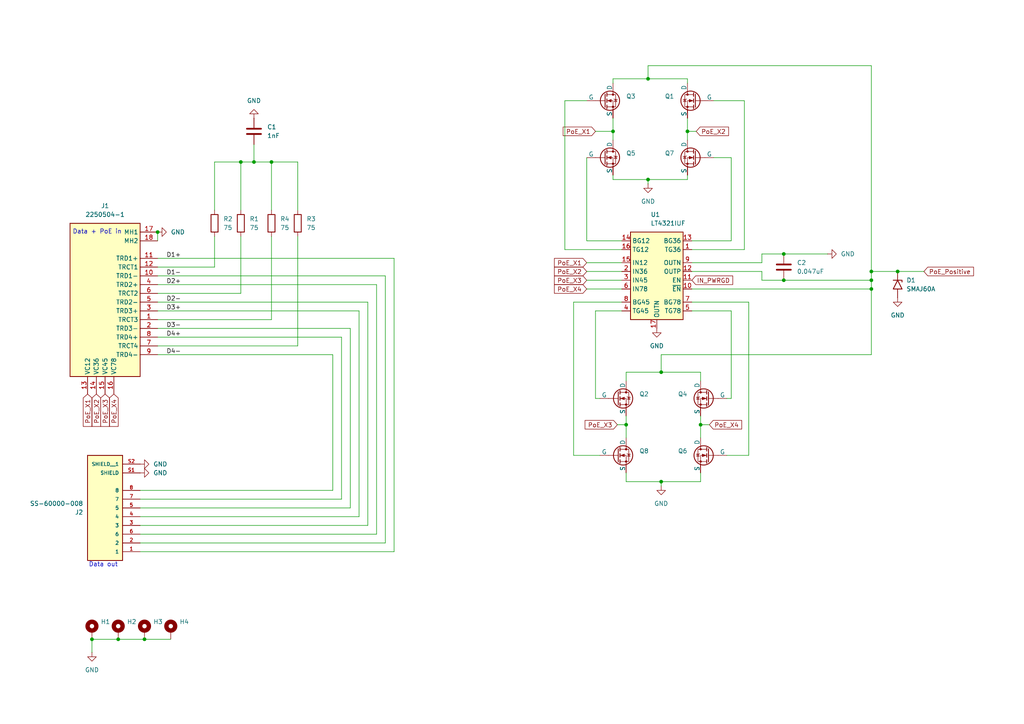
<source format=kicad_sch>
(kicad_sch (version 20231120) (generator "eeschema") (generator_version "8.0")
  (paper "A4")
  (title_block (title "Input"))
  (lib_symbols
    (symbol "2250504-1:2250504-1"
      (property "Reference" "J1" (at 15.24 7.62 0))
      (property "Value" "2250504-1" (at 15.24 5.08 0))
      (symbol "2250504-1_1_1"
        (rectangle (start 5.08 2.54) (end 25.4 -41.91) (stroke (width 0.254)) (fill (type background)))
        (pin passive line (at 30.48 -25.4 180) (length 5.08) (name "TRCT3") (number "1"))
        (pin passive line (at 30.48 -12.7 180) (length 5.08) (name "TRD1-") (number "10"))
        (pin passive line (at 30.48 -7.62 180) (length 5.08) (name "TRD1+") (number "11"))
        (pin passive line (at 30.48 -10.16 180) (length 5.08) (name "TRCT1") (number "12"))
        (pin passive line (at 10.16 -46.99 90) (length 5.08) (name "VC12") (number "13"))
        (pin passive line (at 12.7 -46.99 90) (length 5.08) (name "VC36") (number "14"))
        (pin passive line (at 15.24 -46.99 90) (length 5.08) (name "VC45") (number "15"))
        (pin passive line (at 17.78 -46.99 90) (length 5.08) (name "VC78") (number "16"))
        (pin passive line (at 30.48 0 180) (length 5.08) (name "MH1") (number "17"))
        (pin passive line (at 30.48 -2.54 180) (length 5.08) (name "MH2") (number "18"))
        (pin passive line (at 30.48 -27.94 180) (length 5.08) (name "TRD3-") (number "2"))
        (pin passive line (at 30.48 -22.86 180) (length 5.08) (name "TRD3+") (number "3"))
        (pin passive line (at 30.48 -15.24 180) (length 5.08) (name "TRD2+") (number "4"))
        (pin passive line (at 30.48 -20.32 180) (length 5.08) (name "TRD2-") (number "5"))
        (pin passive line (at 30.48 -17.78 180) (length 5.08) (name "TRCT2") (number "6"))
        (pin passive line (at 30.48 -33.02 180) (length 5.08) (name "TRCT4") (number "7"))
        (pin passive line (at 30.48 -30.48 180) (length 5.08) (name "TRD4+") (number "8"))
        (pin passive line (at 30.48 -35.56 180) (length 5.08) (name "TRD4-") (number "9"))
      )
    )
    (symbol "Device:C" (pin_numbers hide) (pin_names (offset 0.254))
      (property "Reference" "C" (at 0.635 2.54 0))
      (property "Value" "C" (at 0.635 -2.54 0))
      (symbol "C_0_1"
        (polyline (pts (xy -2.032 -0.762) (xy 2.032 -0.762)) (stroke (width 0.508)))
        (polyline (pts (xy -2.032 0.762) (xy 2.032 0.762)) (stroke (width 0.508)))
      )
      (symbol "C_1_1"
        (pin passive line (at 0 3.81 270) (length 2.794) (name "~") (number "1"))
        (pin passive line (at 0 -3.81 90) (length 2.794) (name "~") (number "2"))
      )
    )
    (symbol "Device:R" (pin_numbers hide) (pin_names (offset 0))
      (property "Reference" "R" (at 2.032 0 90))
      (property "Value" "R" (at 0 0 90))
      (symbol "R_0_1"
        (rectangle (start -1.016 -2.54) (end 1.016 2.54) (stroke (width 0.254)))
      )
      (symbol "R_1_1"
        (pin passive line (at 0 3.81 270) (length 1.27) (name "~") (number "1"))
        (pin passive line (at 0 -3.81 90) (length 1.27) (name "~") (number "2"))
      )
    )
    (symbol "Diode:SMAJ60A" (pin_numbers hide) (pin_names (offset 1.016) hide)
      (property "Reference" "D" (at 0 2.54 0))
      (property "Value" "SMAJ60A" (at 0 -2.54 0))
      (symbol "SMAJ60A_0_1"
        (polyline (pts (xy -0.762 1.27) (xy -1.27 1.27) (xy -1.27 -1.27)) (stroke (width 0.254)))
        (polyline (pts (xy 1.27 1.27) (xy 1.27 -1.27) (xy -1.27 0) (xy 1.27 1.27)) (stroke (width 0.254)))
      )
      (symbol "SMAJ60A_1_1"
        (pin passive line (at -3.81 0 0) (length 2.54) (name "A1") (number "1"))
        (pin passive line (at 3.81 0 180) (length 2.54) (name "A2") (number "2"))
      )
    )
    (symbol "Mechanical:MountingHole_Pad" (pin_numbers hide) (pin_names (offset 1.016) hide) (exclude_from_sim yes) (in_bom no)
      (property "Reference" "H" (at 0 6.35 0))
      (property "Value" "MountingHole_Pad" (at 0 4.445 0))
      (symbol "MountingHole_Pad_0_1"
        (circle (center 0 1.27) (radius 1.27) (stroke (width 1.27)))
      )
      (symbol "MountingHole_Pad_1_1"
        (pin input line (at 0 -2.54 90) (length 2.54) (name "1") (number "1"))
      )
    )
    (symbol "Power_Management:LT4231xUF"
      (property "Reference" "U1" (at -1.778 17.78 0))
      (property "Value" "LT4321IUF" (at -1.778 15.24 0))
      (symbol "LT4231xUF_0_1"
        (rectangle (start -7.62 12.7) (end 7.62 -12.7) (stroke (width 0.254)) (fill (type background)))
      )
      (symbol "LT4231xUF_1_1"
        (pin output line (at 10.16 7.62 180) (length 2.54) (name "TG36") (number "1"))
        (pin output line (at 10.16 -3.81 180) (length 2.54) (name "~{EN}") (number "10"))
        (pin output line (at 10.16 -1.27 180) (length 2.54) (name "EN") (number "11"))
        (pin power_in line (at 10.16 1.27 180) (length 2.54) (name "OUTP") (number "12"))
        (pin output line (at 10.16 10.16 180) (length 2.54) (name "BG36") (number "13"))
        (pin output line (at -10.16 10.16 0) (length 2.54) (name "BG12") (number "14"))
        (pin power_in line (at -10.16 3.81 0) (length 2.54) (name "IN12") (number "15"))
        (pin output line (at -10.16 7.62 0) (length 2.54) (name "TG12") (number "16"))
        (pin passive line (at 0 -15.24 90) (length 2.54) (name "OUTN") (number "17"))
        (pin power_in line (at -10.16 1.27 0) (length 2.54) (name "IN36") (number "2"))
        (pin power_in line (at -10.16 -1.27 0) (length 2.54) (name "IN45") (number "3"))
        (pin output line (at -10.16 -10.16 0) (length 2.54) (name "TG45") (number "4"))
        (pin output line (at 10.16 -10.16 180) (length 2.54) (name "TG78") (number "5"))
        (pin power_in line (at -10.16 -3.81 0) (length 2.54) (name "IN78") (number "6"))
        (pin output line (at 10.16 -7.62 180) (length 2.54) (name "BG78") (number "7"))
        (pin output line (at -10.16 -7.62 0) (length 2.54) (name "BG45") (number "8"))
        (pin power_in line (at 10.16 3.81 180) (length 2.54) (name "OUTN") (number "9"))
      )
    )
    (symbol "SS-60000-008:SS-60000-008" (pin_names (offset 1.016))
      (property "Reference" "J2" (at 6.35 -1.2699 0))
      (property "Value" "SS-60000-008" (at 6.35 -3.8099 0))
      (symbol "SS-60000-008_0_0"
        (rectangle (start -5.08 -17.78) (end 5.08 12.7) (stroke (width 0.254)) (fill (type background)))
        (pin passive line (at -10.16 10.16 0) (length 5.08) (name "1") (number "1"))
        (pin passive line (at -10.16 7.62 0) (length 5.08) (name "2") (number "2"))
        (pin passive line (at -10.16 2.54 0) (length 5.08) (name "3") (number "3"))
        (pin passive line (at -10.16 0 0) (length 5.08) (name "4") (number "4"))
        (pin passive line (at -10.16 -2.54 0) (length 5.08) (name "5") (number "5"))
        (pin passive line (at -10.16 5.08 0) (length 5.08) (name "6") (number "6"))
        (pin passive line (at -10.16 -5.08 0) (length 5.08) (name "7") (number "7"))
        (pin passive line (at -10.16 -7.62 0) (length 5.08) (name "8") (number "8"))
        (pin passive line (at -10.16 -12.7 0) (length 5.08) (name "SHIELD") (number "S1"))
        (pin passive line (at -10.16 -15.24 0) (length 5.08) (name "SHIELD__1") (number "S2"))
      )
    )
    (symbol "power:GND" (power) (pin_numbers hide) (pin_names (offset 0) hide)
      (property "Value" "GND" (at 0 -3.81 0))
      (symbol "GND_0_1"
        (polyline (pts (xy 0 0) (xy 0 -1.27) (xy 1.27 -1.27) (xy 0 -2.54) (xy -1.27 -1.27) (xy 0 -1.27)))
      )
      (symbol "GND_1_1"
        (pin power_in line (at 0 0 270) (length 0) (name "~") (number "1"))
      )
    )
    (symbol "test:NMOS_LFPAK33" (pin_numbers hide) (pin_names (offset 0))
      (property "Reference" "Q10" (at 6.35 1.2701 0))
      (property "Value" "PSMN040-100MSE" (at 6.35 -1.2699 0))
      (symbol "NMOS_LFPAK33_0_1"
        (polyline (pts (xy 0.254 0) (xy -2.54 0)))
        (polyline (pts (xy 0.254 1.905) (xy 0.254 -1.905)) (stroke (width 0.254)))
        (polyline (pts (xy 0.762 -1.27) (xy 0.762 -2.286)) (stroke (width 0.254)))
        (polyline (pts (xy 0.762 0.508) (xy 0.762 -0.508)) (stroke (width 0.254)))
        (polyline (pts (xy 0.762 2.286) (xy 0.762 1.27)) (stroke (width 0.254)))
        (polyline (pts (xy 2.54 2.54) (xy 2.54 1.778)))
        (polyline (pts (xy 2.54 -2.54) (xy 2.54 0) (xy 0.762 0)))
        (polyline (pts (xy 0.762 -1.778) (xy 3.302 -1.778) (xy 3.302 1.778) (xy 0.762 1.778)))
        (polyline (pts (xy 1.016 0) (xy 2.032 0.381) (xy 2.032 -0.381) (xy 1.016 0)) (fill (type outline)))
        (polyline (pts (xy 2.794 0.508) (xy 2.921 0.381) (xy 3.683 0.381) (xy 3.81 0.254)))
        (polyline (pts (xy 3.302 0.381) (xy 2.921 -0.254) (xy 3.683 -0.254) (xy 3.302 0.381)))
        (circle (center 1.651 0) (radius 2.794) (stroke (width 0.254)))
        (circle (center 2.54 -1.778) (radius 0.254) (fill (type outline)))
        (circle (center 2.54 1.778) (radius 0.254) (fill (type outline)))
      )
      (symbol "NMOS_LFPAK33_1_1"
        (pin passive line (at 2.54 -5.08 90) (length 2.54) (name "S") (number "1"))
        (pin passive line (at 2.54 -5.08 90) (length 2.54) (name "S") (number "2"))
        (pin passive line (at 2.54 -5.08 90) (length 2.54) (name "S") (number "3"))
        (pin input line (at -5.08 0 0) (length 2.54) (name "G") (number "4"))
        (pin passive line (at 2.54 5.08 270) (length 2.54) (name "D") (number "5"))
      )
    )
  )
  (junction (at 69.85 46.99))
  (junction (at 45.72 67.31))
  (junction (at 252.73 83.82))
  (junction (at 78.74 46.99))
  (junction (at 260.35 78.74))
  (junction (at 227.33 81.28))
  (junction (at 187.96 22.86))
  (junction (at 181.61 123.19))
  (junction (at 227.33 73.66))
  (junction (at 191.77 139.7))
  (junction (at 191.77 107.95))
  (junction (at 26.67 185.42))
  (junction (at 252.73 81.28))
  (junction (at 41.91 185.42))
  (junction (at 177.8 38.1))
  (junction (at 199.39 38.1))
  (junction (at 203.2 123.19))
  (junction (at 73.66 46.99))
  (junction (at 187.96 52.07))
  (junction (at 34.29 185.42))
  (junction (at 252.73 78.74))
  (wire (pts (xy 96.52 102.87) (xy 96.52 142.24)))
  (wire (pts (xy 40.64 147.32) (xy 101.6 147.32)))
  (wire (pts (xy 45.72 95.25) (xy 101.6 95.25)))
  (wire (pts (xy 187.96 22.86) (xy 199.39 22.86)))
  (wire (pts (xy 40.64 142.24) (xy 96.52 142.24)))
  (wire (pts (xy 78.74 46.99) (xy 86.36 46.99)))
  (wire (pts (xy 252.73 78.74) (xy 260.35 78.74)))
  (wire (pts (xy 62.23 46.99) (xy 69.85 46.99)))
  (wire (pts (xy 40.64 149.86) (xy 104.14 149.86)))
  (wire (pts (xy 181.61 110.49) (xy 181.61 107.95)))
  (wire (pts (xy 191.77 139.7) (xy 203.2 139.7)))
  (wire (pts (xy 104.14 90.17) (xy 104.14 149.86)))
  (wire (pts (xy 26.67 185.42) (xy 26.67 189.23)))
  (wire (pts (xy 41.91 185.42) (xy 49.53 185.42)))
  (wire (pts (xy 252.73 83.82) (xy 252.73 102.87)))
  (wire (pts (xy 187.96 52.07) (xy 187.96 53.34)))
  (wire (pts (xy 78.74 68.58) (xy 78.74 92.71)))
  (wire (pts (xy 220.98 81.28) (xy 227.33 81.28)))
  (wire (pts (xy 212.09 69.85) (xy 212.09 45.72)))
  (wire (pts (xy 26.67 185.42) (xy 34.29 185.42)))
  (wire (pts (xy 181.61 139.7) (xy 191.77 139.7)))
  (wire (pts (xy 45.72 82.55) (xy 109.22 82.55)))
  (wire (pts (xy 45.72 74.93) (xy 114.3 74.93)))
  (wire (pts (xy 217.17 87.63) (xy 217.17 132.08)))
  (wire (pts (xy 227.33 81.28) (xy 252.73 81.28)))
  (wire (pts (xy 170.18 81.28) (xy 180.34 81.28)))
  (wire (pts (xy 166.37 132.08) (xy 173.99 132.08)))
  (wire (pts (xy 109.22 82.55) (xy 109.22 154.94)))
  (wire (pts (xy 215.9 29.21) (xy 207.01 29.21)))
  (wire (pts (xy 212.09 90.17) (xy 212.09 115.57)))
  (wire (pts (xy 172.72 90.17) (xy 172.72 115.57)))
  (wire (pts (xy 73.66 41.91) (xy 73.66 46.99)))
  (wire (pts (xy 40.64 144.78) (xy 99.06 144.78)))
  (wire (pts (xy 114.3 74.93) (xy 114.3 160.02)))
  (wire (pts (xy 252.73 81.28) (xy 252.73 83.82)))
  (wire (pts (xy 45.72 102.87) (xy 96.52 102.87)))
  (wire (pts (xy 199.39 38.1) (xy 199.39 40.64)))
  (wire (pts (xy 172.72 115.57) (xy 173.99 115.57)))
  (wire (pts (xy 179.07 123.19) (xy 181.61 123.19)))
  (wire (pts (xy 163.83 29.21) (xy 170.18 29.21)))
  (wire (pts (xy 252.73 19.05) (xy 252.73 78.74)))
  (wire (pts (xy 220.98 76.2) (xy 200.66 76.2)))
  (wire (pts (xy 45.72 67.31) (xy 45.72 69.85)))
  (wire (pts (xy 172.72 38.1) (xy 177.8 38.1)))
  (wire (pts (xy 191.77 139.7) (xy 191.77 140.97)))
  (wire (pts (xy 86.36 68.58) (xy 86.36 100.33)))
  (wire (pts (xy 187.96 22.86) (xy 187.96 19.05)))
  (wire (pts (xy 170.18 83.82) (xy 180.34 83.82)))
  (wire (pts (xy 170.18 76.2) (xy 180.34 76.2)))
  (wire (pts (xy 34.29 185.42) (xy 41.91 185.42)))
  (wire (pts (xy 212.09 90.17) (xy 200.66 90.17)))
  (wire (pts (xy 199.39 52.07) (xy 199.39 50.8)))
  (wire (pts (xy 170.18 69.85) (xy 180.34 69.85)))
  (wire (pts (xy 181.61 123.19) (xy 181.61 127)))
  (wire (pts (xy 200.66 78.74) (xy 220.98 78.74)))
  (wire (pts (xy 200.66 72.39) (xy 215.9 72.39)))
  (wire (pts (xy 172.72 90.17) (xy 180.34 90.17)))
  (wire (pts (xy 203.2 123.19) (xy 203.2 127)))
  (wire (pts (xy 181.61 120.65) (xy 181.61 123.19)))
  (wire (pts (xy 220.98 78.74) (xy 220.98 81.28)))
  (wire (pts (xy 45.72 97.79) (xy 99.06 97.79)))
  (wire (pts (xy 170.18 45.72) (xy 170.18 69.85)))
  (wire (pts (xy 187.96 52.07) (xy 199.39 52.07)))
  (wire (pts (xy 40.64 157.48) (xy 111.76 157.48)))
  (wire (pts (xy 199.39 22.86) (xy 199.39 24.13)))
  (wire (pts (xy 177.8 52.07) (xy 187.96 52.07)))
  (wire (pts (xy 227.33 73.66) (xy 240.03 73.66)))
  (wire (pts (xy 40.64 152.4) (xy 106.68 152.4)))
  (wire (pts (xy 181.61 107.95) (xy 191.77 107.95)))
  (wire (pts (xy 180.34 72.39) (xy 163.83 72.39)))
  (wire (pts (xy 101.6 95.25) (xy 101.6 147.32)))
  (wire (pts (xy 45.72 85.09) (xy 69.85 85.09)))
  (wire (pts (xy 62.23 68.58) (xy 62.23 77.47)))
  (wire (pts (xy 220.98 73.66) (xy 220.98 76.2)))
  (wire (pts (xy 217.17 132.08) (xy 210.82 132.08)))
  (wire (pts (xy 45.72 77.47) (xy 62.23 77.47)))
  (wire (pts (xy 45.72 92.71) (xy 78.74 92.71)))
  (wire (pts (xy 252.73 78.74) (xy 252.73 81.28)))
  (wire (pts (xy 40.64 154.94) (xy 109.22 154.94)))
  (wire (pts (xy 212.09 45.72) (xy 207.01 45.72)))
  (wire (pts (xy 86.36 46.99) (xy 86.36 60.96)))
  (wire (pts (xy 177.8 38.1) (xy 177.8 40.64)))
  (wire (pts (xy 62.23 46.99) (xy 62.23 60.96)))
  (wire (pts (xy 45.72 90.17) (xy 104.14 90.17)))
  (wire (pts (xy 73.66 46.99) (xy 78.74 46.99)))
  (wire (pts (xy 212.09 115.57) (xy 210.82 115.57)))
  (wire (pts (xy 203.2 120.65) (xy 203.2 123.19)))
  (wire (pts (xy 203.2 139.7) (xy 203.2 137.16)))
  (wire (pts (xy 199.39 34.29) (xy 199.39 38.1)))
  (wire (pts (xy 191.77 102.87) (xy 252.73 102.87)))
  (wire (pts (xy 106.68 87.63) (xy 106.68 152.4)))
  (wire (pts (xy 45.72 87.63) (xy 106.68 87.63)))
  (wire (pts (xy 187.96 19.05) (xy 252.73 19.05)))
  (wire (pts (xy 166.37 87.63) (xy 180.34 87.63)))
  (wire (pts (xy 199.39 38.1) (xy 201.93 38.1)))
  (wire (pts (xy 45.72 100.33) (xy 86.36 100.33)))
  (wire (pts (xy 191.77 107.95) (xy 203.2 107.95)))
  (wire (pts (xy 177.8 34.29) (xy 177.8 38.1)))
  (wire (pts (xy 69.85 68.58) (xy 69.85 85.09)))
  (wire (pts (xy 191.77 102.87) (xy 191.77 107.95)))
  (wire (pts (xy 227.33 73.66) (xy 220.98 73.66)))
  (wire (pts (xy 45.72 80.01) (xy 111.76 80.01)))
  (wire (pts (xy 260.35 78.74) (xy 267.97 78.74)))
  (wire (pts (xy 99.06 97.79) (xy 99.06 144.78)))
  (wire (pts (xy 163.83 72.39) (xy 163.83 29.21)))
  (wire (pts (xy 217.17 87.63) (xy 200.66 87.63)))
  (wire (pts (xy 215.9 72.39) (xy 215.9 29.21)))
  (wire (pts (xy 203.2 123.19) (xy 205.74 123.19)))
  (wire (pts (xy 180.34 78.74) (xy 170.18 78.74)))
  (wire (pts (xy 177.8 22.86) (xy 187.96 22.86)))
  (wire (pts (xy 181.61 137.16) (xy 181.61 139.7)))
  (wire (pts (xy 177.8 50.8) (xy 177.8 52.07)))
  (wire (pts (xy 177.8 24.13) (xy 177.8 22.86)))
  (wire (pts (xy 78.74 46.99) (xy 78.74 60.96)))
  (wire (pts (xy 203.2 107.95) (xy 203.2 110.49)))
  (wire (pts (xy 40.64 160.02) (xy 114.3 160.02)))
  (wire (pts (xy 69.85 46.99) (xy 69.85 60.96)))
  (wire (pts (xy 200.66 69.85) (xy 212.09 69.85)))
  (wire (pts (xy 166.37 87.63) (xy 166.37 132.08)))
  (wire (pts (xy 111.76 80.01) (xy 111.76 157.48)))
  (wire (pts (xy 69.85 46.99) (xy 73.66 46.99)))
  (wire (pts (xy 200.66 83.82) (xy 252.73 83.82)))
  (text "Data + PoE in" (at 28.194 67.31 0) (effects (font (size 1.27 1.27))))
  (text "Data out" (at 29.972 163.83 0) (effects (font (size 1.27 1.27))))
  (label "D3-" (at 48.26 95.25 0))
  (label "D2-" (at 48.26 87.63 0))
  (label "D2+" (at 48.26 82.55 0))
  (label "D4+" (at 48.26 97.79 0))
  (label "D3+" (at 48.26 90.17 0))
  (label "D1-" (at 48.26 80.01 0))
  (label "D1+" (at 48.26 74.93 0))
  (label "D4-" (at 48.26 102.87 0))
  (global_label "PoE_X1" (shape input) (at 170.18 76.2 180) (property "Intersheetrefs" "${INTERSHEET_REFS}" (effects (hide yes))))
  (global_label "PoE_X4" (shape input) (at 33.02 114.3 270) (property "Intersheetrefs" "${INTERSHEET_REFS}" (effects (hide yes))))
  (global_label "PoE_X2" (shape input) (at 201.93 38.1 0) (property "Intersheetrefs" "${INTERSHEET_REFS}" (effects (hide yes))))
  (global_label "PoE_X3" (shape input) (at 170.18 81.28 180) (property "Intersheetrefs" "${INTERSHEET_REFS}" (effects (hide yes))))
  (global_label "PoE_X3" (shape input) (at 179.07 123.19 180) (property "Intersheetrefs" "${INTERSHEET_REFS}" (effects (hide yes))))
  (global_label "PoE_X1" (shape input) (at 172.72 38.1 180) (property "Intersheetrefs" "${INTERSHEET_REFS}" (effects (hide yes))))
  (global_label "PoE_X1" (shape input) (at 25.4 114.3 270) (property "Intersheetrefs" "${INTERSHEET_REFS}" (effects (hide yes))))
  (global_label "PoE_Positive" (shape input) (at 267.97 78.74 0) (property "Intersheetrefs" "${INTERSHEET_REFS}" (effects (hide yes))))
  (global_label "PoE_X4" (shape input) (at 170.18 83.82 180) (property "Intersheetrefs" "${INTERSHEET_REFS}" (effects (hide yes))))
  (global_label "PoE_X4" (shape input) (at 205.74 123.19 0) (property "Intersheetrefs" "${INTERSHEET_REFS}" (effects (hide yes))))
  (global_label "PoE_X2" (shape input) (at 170.18 78.74 180) (property "Intersheetrefs" "${INTERSHEET_REFS}" (effects (hide yes))))
  (global_label "PoE_X3" (shape input) (at 30.48 114.3 270) (property "Intersheetrefs" "${INTERSHEET_REFS}" (effects (hide yes))))
  (global_label "IN_PWRGD" (shape input) (at 200.66 81.28 0) (property "Intersheetrefs" "${INTERSHEET_REFS}" (effects (hide yes))))
  (global_label "PoE_X2" (shape input) (at 27.94 114.3 270) (property "Intersheetrefs" "${INTERSHEET_REFS}" (effects (hide yes))))
  (symbol (lib_id "test:NMOS_LFPAK33") (at 175.26 29.21 0) (unit 1)
    (property "Reference" "Q3" (at 181.61 27.9399 0) (effects (justify left)))
    (property "Value" "PSMN040-100MSE" (effects (hide yes)))
    (property "Footprint" "Package_TO_SOT_SMD:LFPAK33" (effects (hide yes)))
    (property "Datasheet" "https://ngspice.sourceforge.io/docs/ngspice-html-manual/manual.xhtml#cha_MOSFETs" (effects (hide yes)))
    (property "Description" "N-MOSFET transistor, drain/source/gate" (effects (hide yes)))
    (property "Sim.Device" "NMOS" (effects (hide yes)))
    (property "Sim.Type" "VDMOS" (effects (hide yes)))
    (property "Sim.Pins" "1=D 2=G 3=S" (effects (hide yes)))
  )
  (symbol (lib_id "Device:C") (at 227.33 77.47 0) (unit 1)
    (property "Reference" "C2" (at 231.14 76.1999 0) (effects (justify left)))
    (property "Value" "0.047uF" (at 231.14 78.7399 0) (effects (justify left)))
    (property "Footprint" "Capacitor_SMD:C_1206_3216Metric_Pad1.33x1.80mm_HandSolder" (effects (hide yes)))
    (property "Description" "Unpolarized capacitor" (effects (hide yes)))
  )
  (symbol (lib_id "Device:R") (at 62.23 64.77 0) (unit 1)
    (property "Reference" "R2" (at 64.77 63.4999 0) (effects (justify left)))
    (property "Value" "75" (at 64.77 66.0399 0) (effects (justify left)))
    (property "Footprint" "Resistor_SMD:R_1206_3216Metric_Pad1.30x1.75mm_HandSolder" (effects (hide yes)))
    (property "Description" "Resistor" (effects (hide yes)))
  )
  (symbol (lib_id "power:GND") (at 73.66 34.29 180) (unit 1)
    (property "Reference" "#PWR05" (effects (hide yes)))
    (property "Value" "GND" (at 73.66 29.21 0))
    (property "Description" "Power symbol creates a global label with name \"GND\" , ground" (effects (hide yes)))
  )
  (symbol (lib_id "power:GND") (at 240.03 73.66 90) (unit 1)
    (property "Reference" "#PWR03" (effects (hide yes)))
    (property "Value" "GND" (at 243.84 73.6599 90) (effects (justify right)))
    (property "Description" "Power symbol creates a global label with name \"GND\" , ground" (effects (hide yes)))
  )
  (symbol (lib_id "Device:R") (at 86.36 64.77 0) (unit 1)
    (property "Reference" "R3" (at 88.9 63.4999 0) (effects (justify left)))
    (property "Value" "75" (at 88.9 66.0399 0) (effects (justify left)))
    (property "Footprint" "Resistor_SMD:R_1206_3216Metric_Pad1.30x1.75mm_HandSolder" (effects (hide yes)))
    (property "Description" "Resistor" (effects (hide yes)))
  )
  (symbol (lib_id "test:NMOS_LFPAK33") (at 175.26 45.72 0) (unit 1)
    (property "Reference" "Q5" (at 181.61 44.4499 0) (effects (justify left)))
    (property "Value" "PSMN040-100MSE" (effects (hide yes)))
    (property "Footprint" "Package_TO_SOT_SMD:LFPAK33" (effects (hide yes)))
    (property "Datasheet" "https://ngspice.sourceforge.io/docs/ngspice-html-manual/manual.xhtml#cha_MOSFETs" (effects (hide yes)))
    (property "Description" "N-MOSFET transistor, drain/source/gate" (effects (hide yes)))
    (property "Sim.Device" "NMOS" (effects (hide yes)))
    (property "Sim.Type" "VDMOS" (effects (hide yes)))
    (property "Sim.Pins" "1=D 2=G 3=S" (effects (hide yes)))
  )
  (symbol (lib_id "test:NMOS_LFPAK33") (at 179.07 132.08 0) (unit 1)
    (property "Reference" "Q8" (at 185.42 130.8099 0) (effects (justify left)))
    (property "Value" "PSMN040-100MSE" (effects (hide yes)))
    (property "Footprint" "Package_TO_SOT_SMD:LFPAK33" (effects (hide yes)))
    (property "Datasheet" "https://ngspice.sourceforge.io/docs/ngspice-html-manual/manual.xhtml#cha_MOSFETs" (effects (hide yes)))
    (property "Description" "N-MOSFET transistor, drain/source/gate" (effects (hide yes)))
    (property "Sim.Device" "NMOS" (effects (hide yes)))
    (property "Sim.Type" "VDMOS" (effects (hide yes)))
    (property "Sim.Pins" "1=D 2=G 3=S" (effects (hide yes)))
  )
  (symbol (lib_id "test:NMOS_LFPAK33") (at 179.07 115.57 0) (unit 1)
    (property "Reference" "Q2" (at 185.42 114.2999 0) (effects (justify left)))
    (property "Value" "PSMN040-100MSE" (effects (hide yes)))
    (property "Footprint" "Package_TO_SOT_SMD:LFPAK33" (effects (hide yes)))
    (property "Datasheet" "https://ngspice.sourceforge.io/docs/ngspice-html-manual/manual.xhtml#cha_MOSFETs" (effects (hide yes)))
    (property "Description" "N-MOSFET transistor, drain/source/gate" (effects (hide yes)))
    (property "Sim.Device" "NMOS" (effects (hide yes)))
    (property "Sim.Type" "VDMOS" (effects (hide yes)))
    (property "Sim.Pins" "1=D 2=G 3=S" (effects (hide yes)))
  )
  (symbol (lib_id "Diode:SMAJ60A") (at 260.35 82.55 270) (unit 1)
    (property "Reference" "D1" (at 262.89 81.2799 90) (effects (justify left)))
    (property "Value" "SMAJ60A" (at 262.89 83.8199 90) (effects (justify left)))
    (property "Footprint" "Diode_SMD:D_SMA" (effects (hide yes)))
    (property "Datasheet" "https://www.littelfuse.com/media?resourcetype=datasheets&itemid=75e32973-b177-4ee3-a0ff-cedaf1abdb93&filename=smaj-datasheet" (effects (hide yes)))
    (property "Description" "400W unidirectional Transient Voltage Suppressor, 60.0Vr, SMA(DO-214AC)" (effects (hide yes)))
  )
  (symbol (lib_id "2250504-1:2250504-1") (at 15.24 67.31 0) (unit 1)
    (property "Reference" "J1" (at 30.48 59.69 0))
    (property "Value" "2250504-1" (at 30.48 62.23 0))
    (property "Footprint" "local symbols:22505041" (effects (hide yes)))
    (property "Datasheet" "https://componentsearchengine.com/Datasheets/1/2250504-1.pdf" (effects (hide yes)))
    (property "Description" "Modular Connectors / Ethernet Connectors MAGJACK 1PORT 100W POE 2.5GBT LED" (effects (hide yes)))
    (property "Height" "15.46" (effects (hide yes)))
    (property "Mouser Part Number" "530-2250504-1" (effects (hide yes)))
    (property "Mouser Price/Stock" "https://www.mouser.com/Search/Refine.aspx?Keyword=530-2250504-1" (effects (hide yes)))
    (property "Manufacturer_Name" "Bel Magnetic Solutions" (effects (hide yes)))
    (property "Manufacturer_Part_Number" "2250504-1" (effects (hide yes)))
  )
  (symbol (lib_id "power:GND") (at 40.64 137.16 90) (unit 1)
    (property "Reference" "#PWR029" (effects (hide yes)))
    (property "Value" "GND" (at 44.45 137.1599 90) (effects (justify right)))
    (property "Description" "Power symbol creates a global label with name \"GND\" , ground" (effects (hide yes)))
  )
  (symbol (lib_id "Device:C") (at 73.66 38.1 0) (unit 1)
    (property "Reference" "C1" (at 77.47 36.8299 0) (effects (justify left)))
    (property "Value" "1nF" (at 77.47 39.3699 0) (effects (justify left)))
    (property "Footprint" "Capacitor_SMD:C_1808_4520Metric_Pad1.72x2.30mm_HandSolder" (effects (hide yes)))
    (property "Description" "C4520X7R3D102K130KA" (effects (hide yes)))
  )
  (symbol (lib_id "test:NMOS_LFPAK33") (at 205.74 115.57 0) (mirror y) (unit 1)
    (property "Reference" "Q4" (at 199.39 114.2999 0) (effects (justify left)))
    (property "Value" "PSMN040-100MSE" (effects (hide yes)))
    (property "Footprint" "Package_TO_SOT_SMD:LFPAK33" (effects (hide yes)))
    (property "Datasheet" "https://ngspice.sourceforge.io/docs/ngspice-html-manual/manual.xhtml#cha_MOSFETs" (effects (hide yes)))
    (property "Description" "N-MOSFET transistor, drain/source/gate" (effects (hide yes)))
    (property "Sim.Device" "NMOS" (effects (hide yes)))
    (property "Sim.Type" "VDMOS" (effects (hide yes)))
    (property "Sim.Pins" "1=D 2=G 3=S" (effects (hide yes)))
  )
  (symbol (lib_id "power:GND") (at 40.64 134.62 90) (unit 1)
    (property "Reference" "#PWR025" (effects (hide yes)))
    (property "Value" "GND" (at 44.45 134.6199 90) (effects (justify right)))
    (property "Description" "Power symbol creates a global label with name \"GND\" , ground" (effects (hide yes)))
  )
  (symbol (lib_id "power:GND") (at 260.35 86.36 0) (unit 1)
    (property "Reference" "#PWR06" (effects (hide yes)))
    (property "Value" "GND" (at 260.35 91.44 0))
    (property "Description" "Power symbol creates a global label with name \"GND\" , ground" (effects (hide yes)))
  )
  (symbol (lib_id "SS-60000-008:SS-60000-008") (at 30.48 149.86 180) (unit 1)
    (property "Reference" "J2" (at 24.13 148.5901 0) (effects (justify left)))
    (property "Value" "SS-60000-008" (at 24.13 146.0501 0) (effects (justify left)))
    (property "Footprint" "local symbols:BEL_SS-60000-008" (effects (hide yes)))
    (property "PARTREV" "C6" (effects (hide yes)))
    (property "STANDARD" "Manufacturer Recommendations" (effects (hide yes)))
    (property "MAXIMUM_PACKAGE_HEIGHT" "17.27mm" (effects (hide yes)))
    (property "MANUFACTURER" "BELFUSE" (effects (hide yes)))
  )
  (symbol (lib_id "Mechanical:MountingHole_Pad") (at 34.29 182.88 0) (unit 1) (exclude_from_sim yes) (in_bom no)
    (property "Reference" "H2" (at 36.83 180.3399 0) (effects (justify left)))
    (property "Value" "MountingHole_Pad" (effects (hide yes)))
    (property "Footprint" "MountingHole:MountingHole_3.2mm_M3_Pad" (effects (hide yes)))
    (property "Description" "Mounting Hole with connection" (effects (hide yes)))
  )
  (symbol (lib_id "Device:R") (at 78.74 64.77 0) (unit 1)
    (property "Reference" "R4" (at 81.28 63.4999 0) (effects (justify left)))
    (property "Value" "75" (at 81.28 66.0399 0) (effects (justify left)))
    (property "Footprint" "Resistor_SMD:R_1206_3216Metric_Pad1.30x1.75mm_HandSolder" (effects (hide yes)))
    (property "Description" "Resistor" (effects (hide yes)))
  )
  (symbol (lib_id "test:NMOS_LFPAK33") (at 201.93 45.72 0) (mirror y) (unit 1)
    (property "Reference" "Q7" (at 195.58 44.4499 0) (effects (justify left)))
    (property "Value" "PSMN040-100MSE" (effects (hide yes)))
    (property "Footprint" "Package_TO_SOT_SMD:LFPAK33" (effects (hide yes)))
    (property "Datasheet" "https://ngspice.sourceforge.io/docs/ngspice-html-manual/manual.xhtml#cha_MOSFETs" (effects (hide yes)))
    (property "Description" "N-MOSFET transistor, drain/source/gate" (effects (hide yes)))
    (property "Sim.Device" "NMOS" (effects (hide yes)))
    (property "Sim.Type" "VDMOS" (effects (hide yes)))
    (property "Sim.Pins" "1=D 2=G 3=S" (effects (hide yes)))
  )
  (symbol (lib_id "power:GND") (at 187.96 53.34 0) (unit 1)
    (property "Reference" "#PWR01" (effects (hide yes)))
    (property "Value" "GND" (at 187.96 58.42 0))
    (property "Description" "Power symbol creates a global label with name \"GND\" , ground" (effects (hide yes)))
  )
  (symbol (lib_id "test:NMOS_LFPAK33") (at 201.93 29.21 0) (mirror y) (unit 1)
    (property "Reference" "Q1" (at 195.58 27.9399 0) (effects (justify left)))
    (property "Value" "PSMN040-100MSE" (effects (hide yes)))
    (property "Footprint" "Package_TO_SOT_SMD:LFPAK33" (effects (hide yes)))
    (property "Datasheet" "https://ngspice.sourceforge.io/docs/ngspice-html-manual/manual.xhtml#cha_MOSFETs" (effects (hide yes)))
    (property "Description" "N-MOSFET transistor, drain/source/gate" (effects (hide yes)))
    (property "Sim.Device" "NMOS" (effects (hide yes)))
    (property "Sim.Type" "VDMOS" (effects (hide yes)))
    (property "Sim.Pins" "1=D 2=G 3=S" (effects (hide yes)))
  )
  (symbol (lib_id "Mechanical:MountingHole_Pad") (at 49.53 182.88 0) (unit 1) (exclude_from_sim yes) (in_bom no)
    (property "Reference" "H4" (at 52.07 180.3399 0) (effects (justify left)))
    (property "Value" "MountingHole_Pad" (effects (hide yes)))
    (property "Footprint" "MountingHole:MountingHole_3.2mm_M3_Pad" (effects (hide yes)))
    (property "Description" "Mounting Hole with connection" (effects (hide yes)))
  )
  (symbol (lib_id "Mechanical:MountingHole_Pad") (at 26.67 182.88 0) (unit 1) (exclude_from_sim yes) (in_bom no)
    (property "Reference" "H1" (at 29.21 180.3399 0) (effects (justify left)))
    (property "Value" "MountingHole_Pad" (effects (hide yes)))
    (property "Footprint" "MountingHole:MountingHole_3.2mm_M3_Pad" (effects (hide yes)))
    (property "Description" "Mounting Hole with connection" (effects (hide yes)))
  )
  (symbol (lib_id "Mechanical:MountingHole_Pad") (at 41.91 182.88 0) (unit 1) (exclude_from_sim yes) (in_bom no)
    (property "Reference" "H3" (at 44.45 180.3399 0) (effects (justify left)))
    (property "Value" "MountingHole_Pad" (effects (hide yes)))
    (property "Footprint" "MountingHole:MountingHole_3.2mm_M3_Pad" (effects (hide yes)))
    (property "Description" "Mounting Hole with connection" (effects (hide yes)))
  )
  (symbol (lib_id "test:NMOS_LFPAK33") (at 205.74 132.08 0) (mirror y) (unit 1)
    (property "Reference" "Q6" (at 199.39 130.8099 0) (effects (justify left)))
    (property "Value" "PSMN040-100MSE" (effects (hide yes)))
    (property "Footprint" "Package_TO_SOT_SMD:LFPAK33" (effects (hide yes)))
    (property "Datasheet" "https://ngspice.sourceforge.io/docs/ngspice-html-manual/manual.xhtml#cha_MOSFETs" (effects (hide yes)))
    (property "Description" "N-MOSFET transistor, drain/source/gate" (effects (hide yes)))
    (property "Sim.Device" "NMOS" (effects (hide yes)))
    (property "Sim.Type" "VDMOS" (effects (hide yes)))
    (property "Sim.Pins" "1=D 2=G 3=S" (effects (hide yes)))
  )
  (symbol (lib_id "power:GND") (at 191.77 140.97 0) (unit 1)
    (property "Reference" "#PWR02" (effects (hide yes)))
    (property "Value" "GND" (at 191.77 146.05 0))
    (property "Description" "Power symbol creates a global label with name \"GND\" , ground" (effects (hide yes)))
  )
  (symbol (lib_id "power:GND") (at 26.67 189.23 0) (unit 1)
    (property "Reference" "#PWR028" (effects (hide yes)))
    (property "Value" "GND" (at 26.67 194.31 0))
    (property "Description" "Power symbol creates a global label with name \"GND\" , ground" (effects (hide yes)))
  )
  (symbol (lib_id "power:GND") (at 45.72 67.31 90) (unit 1)
    (property "Reference" "#PWR022" (effects (hide yes)))
    (property "Value" "GND" (at 49.53 67.3099 90) (effects (justify right)))
    (property "Description" "Power symbol creates a global label with name \"GND\" , ground" (effects (hide yes)))
  )
  (symbol (lib_id "Device:R") (at 69.85 64.77 0) (unit 1)
    (property "Reference" "R1" (at 72.39 63.4999 0) (effects (justify left)))
    (property "Value" "75" (at 72.39 66.0399 0) (effects (justify left)))
    (property "Footprint" "Resistor_SMD:R_1206_3216Metric_Pad1.30x1.75mm_HandSolder" (effects (hide yes)))
    (property "Description" "Resistor" (effects (hide yes)))
  )
  (symbol (lib_id "Power_Management:LT4231xUF") (at 190.5 80.01 0) (unit 1)
    (property "Reference" "U1" (at 188.722 62.23 0) (effects (justify left)))
    (property "Value" "LT4321IUF" (at 188.722 64.77 0) (effects (justify left)))
    (property "Footprint" "Package_DFN_QFN:QFN-16-1EP_4x4mm_P0.65mm_EP2.15x2.15mm" (effects (hide yes)))
    (property "Datasheet" "https://www.analog.com/media/en/technical-documentation/data-sheets/4321f.pdf" (effects (hide yes)))
    (property "Description" "PoE Ideal Diode Bridge Controller, QFN-16" (effects (hide yes)))
  )
  (symbol (lib_id "power:GND") (at 190.5 95.25 0) (unit 1)
    (property "Reference" "#PWR030" (effects (hide yes)))
    (property "Value" "GND" (at 190.5 100.33 0))
    (property "Description" "Power symbol creates a global label with name \"GND\" , ground" (effects (hide yes)))
  )
)
</source>
